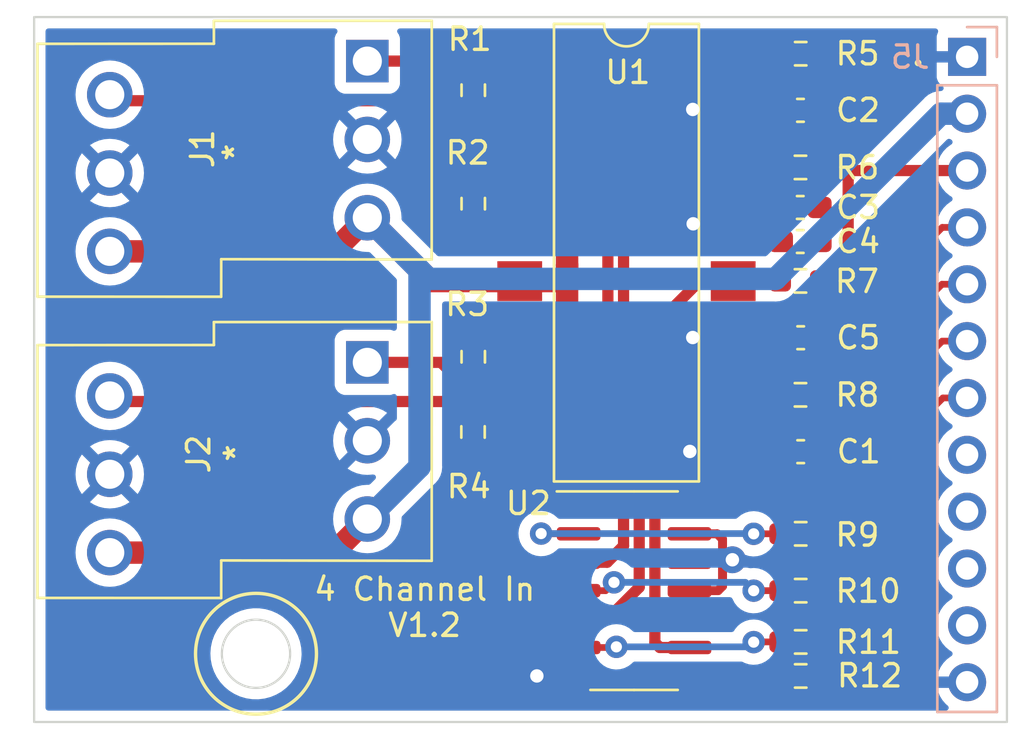
<source format=kicad_pcb>
(kicad_pcb (version 20211014) (generator pcbnew)
  (layers (0 "F.Cu" signal) (31 "B.Cu" signal) (34 "B.Paste" user) (35 "F.Paste" user) (36 "B.SilkS" user "B.Silkscreen") (37 "F.SilkS" user "F.Silkscreen") (38 "B.Mask" user) (39 "F.Mask" user) (44 "Edge.Cuts" user))
  (net 0 "")
  (net 1 "+3V3")
  (net 2 "GND")
  (net 3 "Net-(C2-Pad1)")
  (net 4 "Net-(C3-Pad1)")
  (net 5 "Net-(C4-Pad1)")
  (net 6 "Net-(C5-Pad1)")
  (net 7 "+15V")
  (net 8 "Net-(J5-Pad4)")
  (net 9 "Net-(J5-Pad5)")
  (net 10 "Net-(J5-Pad6)")
  (net 11 "Net-(J5-Pad7)")
  (net 16 "Net-(R1-Pad1)")
  (net 17 "Net-(R2-Pad1)")
  (net 18 "Net-(R3-Pad1)")
  (net 19 "Net-(R4-Pad1)")
  (net 20 "Net-(R9-Pad2)")
  (net 21 "Net-(R10-Pad2)")
  (net 22 "Net-(R11-Pad2)")
  (net 23 "Net-(R12-Pad2)")
  (net 26 "Net-(J1-Pad1)")
  (net 27 "Net-(J1-Pad4)")
  (net 28 "Net-(J2-Pad1)")
  (net 29 "Net-(J2-Pad4)")
  (footprint "Package_SO:SO-14_3.9x8.65mm_P1.27mm" (layer "F.Cu") (at 170.55 87.35)
    (fp_text reference "U2" (at -4.72 -3.9) (layer "F.SilkS"))
    (fp_text value "74HC7014")
    (fp_line (start 0 4.435) (end 1.95 4.435) (layer "F.SilkS") (width 0.12))
    (fp_line (start 0 4.435) (end -1.95 4.435) (layer "F.SilkS") (width 0.12))
    (fp_line (start 0 -4.435) (end 1.95 -4.435) (layer "F.SilkS") (width 0.12))
    (fp_line (start 0 -4.435) (end -3.45 -4.435) (layer "F.SilkS") (width 0.12))
    (pad "1" smd roundrect locked (at -2.475 -3.81) (size 1.95 0.6) (layers "F.Cu" "F.Paste" "F.Mask") (net 3 "Net-(C2-Pad1)"))
    (pad "2" smd roundrect locked (at -2.475 -2.54) (size 1.95 0.6) (layers "F.Cu" "F.Paste" "F.Mask") (net 20 "Net-(R9-Pad2)"))
    (pad "3" smd roundrect locked (at -2.475 -1.27) (size 1.95 0.6) (layers "F.Cu" "F.Paste" "F.Mask") (net 4 "Net-(C3-Pad1)"))
    (pad "4" smd roundrect locked (at -2.475 0) (size 1.95 0.6) (layers "F.Cu" "F.Paste" "F.Mask") (net 21 "Net-(R10-Pad2)"))
    (pad "5" smd roundrect locked (at -2.475 1.27) (size 1.95 0.6) (layers "F.Cu" "F.Paste" "F.Mask") (net 5 "Net-(C4-Pad1)"))
    (pad "6" smd roundrect locked (at -2.475 2.54) (size 1.95 0.6) (layers "F.Cu" "F.Paste" "F.Mask") (net 22 "Net-(R11-Pad2)"))
    (pad "7" smd roundrect locked (at -2.475 3.81) (size 1.95 0.6) (layers "F.Cu" "F.Paste" "F.Mask") (net 2 "GND"))
    (pad "8" smd roundrect locked (at 2.475 3.81) (size 1.95 0.6) (layers "F.Cu" "F.Paste" "F.Mask") (net 23 "Net-(R12-Pad2)"))
    (pad "9" smd roundrect locked (at 2.475 2.54) (size 1.95 0.6) (layers "F.Cu" "F.Paste" "F.Mask") (net 6 "Net-(C5-Pad1)"))
    (pad "10" smd roundrect locked (at 2.475 1.27) (size 1.95 0.6) (layers "F.Cu" "F.Paste" "F.Mask"))
    (pad "11" smd roundrect locked (at 2.475 0) (size 1.95 0.6) (layers "F.Cu" "F.Paste" "F.Mask") (net 2 "GND"))
    (pad "12" smd roundrect locked (at 2.475 -1.27) (size 1.95 0.6) (layers "F.Cu" "F.Paste" "F.Mask"))
    (pad "13" smd roundrect locked (at 2.475 -2.54) (size 1.95 0.6) (layers "F.Cu" "F.Paste" "F.Mask") (net 2 "GND"))
    (pad "14" smd roundrect locked (at 2.475 -3.81) (size 1.95 0.6) (layers "F.Cu" "F.Paste" "F.Mask") (net 1 "+3V3"))
  )
  (footprint "Resistor_SMD:R_0603_1608Metric_Pad0.98x0.95mm_HandSolder" (layer "F.Cu") (at 177.99 91.16 180)
    (fp_text reference "R12" (at -3.08 0.01) (layer "F.SilkS"))
    (fp_text value "1k")
    (fp_line (start -0.254724 -0.5225) (end 0.254724 -0.5225) (layer "F.SilkS") (width 0.12))
    (fp_line (start -0.254724 0.5225) (end 0.254724 0.5225) (layer "F.SilkS") (width 0.12))
    (pad "1" smd roundrect locked (at -0.9125 0 180) (size 0.975 0.95) (layers "F.Cu" "F.Paste" "F.Mask") (net 11 "Net-(J5-Pad7)"))
    (pad "2" smd roundrect locked (at 0.9125 0 180) (size 0.975 0.95) (layers "F.Cu" "F.Paste" "F.Mask") (net 23 "Net-(R12-Pad2)"))
  )
  (footprint "User Library:2x3 screw terminal3.5mm" (layer "F.Cu") (at 147.14 78.65 -90)
    (fp_text reference "J2" (at 2.5965 -3.9685 90) (layer "F.SilkS"))
    (fp_text value "Screw_Terminal_01x06" hide)
    (fp_text user "*" (at 2.55 -5.65 90) (layer "F.SilkS"))
    (fp_line (start 9.025 3.225) (end 9.027 -4.975) (layer "F.SilkS") (width 0.12))
    (fp_line (start 7.366 -14.375) (end -3.302 -14.377) (layer "F.SilkS") (width 0.12))
    (fp_line (start 7.35 -4.977) (end 7.366 -14.375) (layer "F.SilkS") (width 0.12))
    (fp_line (start 9.027 -4.975) (end 7.35 -4.977) (layer "F.SilkS") (width 0.12))
    (fp_line (start -3.302 -14.377) (end -3.3 -4.65) (layer "F.SilkS") (width 0.12))
    (fp_line (start -2.275 -4.65) (end -2.272001 3.225) (layer "F.SilkS") (width 0.12))
    (fp_line (start -2.272001 3.225) (end 9.025 3.225) (layer "F.SilkS") (width 0.12))
    (fp_line (start -3.3 -4.65) (end -2.275 -4.65) (layer "F.SilkS") (width 0.12))
    (pad "1" thru_hole rect (at -1.5 -11.5 270) (size 1.9 1.9) (drill 1.3) (layers *.Cu *.Mask) (net 28 "Net-(J2-Pad1)"))
    (pad "2" thru_hole circle (at 2 -11.5 270) (size 2.032 2.032) (drill 1.3) (layers *.Cu *.Mask) (net 2 "GND"))
    (pad "3" thru_hole circle (at 5.5 -11.5 270) (size 2.032 2.032) (drill 1.3) (layers *.Cu *.Mask) (net 7 "+15V"))
    (pad "4" thru_hole circle (at 0 0 270) (size 2.032 2.032) (drill 1.3) (layers *.Cu *.Mask) (net 29 "Net-(J2-Pad4)"))
    (pad "5" thru_hole circle (at 3.5 0 270) (size 2.032 2.032) (drill 1.3) (layers *.Cu *.Mask) (net 2 "GND"))
    (pad "6" thru_hole circle (at 7 0 270) (size 2.032098 2.032098) (drill 1.3) (layers *.Cu *.Mask) (net 7 "+15V"))
  )
  (footprint "Capacitor_SMD:C_0603_1608Metric_Pad1.08x0.95mm_HandSolder" (layer "F.Cu") (at 177.97 70.23 180)
    (fp_text reference "C3" (at -2.58 0) (layer "F.SilkS"))
    (fp_text value "100nf")
    (fp_line (start -0.146267 -0.51) (end 0.146267 -0.51) (layer "F.SilkS") (width 0.12))
    (fp_line (start -0.146267 0.51) (end 0.146267 0.51) (layer "F.SilkS") (width 0.12))
    (pad "1" smd roundrect locked (at -0.8625 0 180) (size 1.075 0.95) (layers "F.Cu" "F.Paste" "F.Mask") (net 4 "Net-(C3-Pad1)"))
    (pad "2" smd roundrect locked (at 0.8625 0 180) (size 1.075 0.95) (layers "F.Cu" "F.Paste" "F.Mask") (net 2 "GND"))
  )
  (footprint "Resistor_SMD:R_0603_1608Metric_Pad0.98x0.95mm_HandSolder" (layer "F.Cu") (at 177.98 68.44 180)
    (fp_text reference "R6" (at -2.54 -0.01) (layer "F.SilkS"))
    (fp_text value "10k")
    (fp_line (start -0.254724 0.5225) (end 0.254724 0.5225) (layer "F.SilkS") (width 0.12))
    (fp_line (start -0.254724 -0.5225) (end 0.254724 -0.5225) (layer "F.SilkS") (width 0.12))
    (pad "1" smd roundrect locked (at -0.9125 0 180) (size 0.975 0.95) (layers "F.Cu" "F.Paste" "F.Mask") (net 1 "+3V3"))
    (pad "2" smd roundrect locked (at 0.9125 0 180) (size 0.975 0.95) (layers "F.Cu" "F.Paste" "F.Mask") (net 4 "Net-(C3-Pad1)"))
  )
  (footprint "Package_DIP:SMDIP-16_W9.53mm" (layer "F.Cu") (at 170.21 72.25)
    (fp_text reference "U1" (at 0.06 -8.06) (layer "F.SilkS"))
    (fp_text value "LTV-847S")
    (fp_line (start -3.235 -10.22) (end -3.235 10.22) (layer "F.SilkS") (width 0.12))
    (fp_line (start 3.235 10.22) (end 3.235 -10.22) (layer "F.SilkS") (width 0.12))
    (fp_line (start -3.235 10.22) (end 3.235 10.22) (layer "F.SilkS") (width 0.12))
    (fp_line (start 3.235 -10.22) (end 1 -10.22) (layer "F.SilkS") (width 0.12))
    (fp_line (start -1 -10.22) (end -3.235 -10.22) (layer "F.SilkS") (width 0.12))
    (fp_arc (start 1 -10.22) (mid 0 -9.22) (end -1 -10.22) (layer "F.SilkS") (width 0.12))
    (pad "1" smd rect locked (at -4.765 -8.89) (size 2 1.78) (layers "F.Cu" "F.Paste" "F.Mask") (net 7 "+15V"))
    (pad "2" smd rect locked (at -4.765 -6.35) (size 2 1.78) (layers "F.Cu" "F.Paste" "F.Mask") (net 16 "Net-(R1-Pad1)"))
    (pad "3" smd rect locked (at -4.765 -3.81) (size 2 1.78) (layers "F.Cu" "F.Paste" "F.Mask") (net 7 "+15V"))
    (pad "4" smd rect locked (at -4.765 -1.27) (size 2 1.78) (layers "F.Cu" "F.Paste" "F.Mask") (net 17 "Net-(R2-Pad1)"))
    (pad "5" smd rect locked (at -4.765 1.27) (size 2 1.78) (layers "F.Cu" "F.Paste" "F.Mask") (net 7 "+15V"))
    (pad "6" smd rect locked (at -4.765 3.81) (size 2 1.78) (layers "F.Cu" "F.Paste" "F.Mask") (net 18 "Net-(R3-Pad1)"))
    (pad "7" smd rect locked (at -4.765 6.35) (size 2 1.78) (layers "F.Cu" "F.Paste" "F.Mask") (net 7 "+15V"))
    (pad "8" smd rect locked (at -4.765 8.89) (size 2 1.78) (layers "F.Cu" "F.Paste" "F.Mask") (net 19 "Net-(R4-Pad1)"))
    (pad "9" smd rect locked (at 4.765 8.89) (size 2 1.78) (layers "F.Cu" "F.Paste" "F.Mask") (net 2 "GND"))
    (pad "10" smd rect locked (at 4.765 6.35) (size 2 1.78) (layers "F.Cu" "F.Paste" "F.Mask") (net 6 "Net-(C5-Pad1)"))
    (pad "11" smd rect locked (at 4.765 3.81) (size 2 1.78) (layers "F.Cu" "F.Paste" "F.Mask") (net 2 "GND"))
    (pad "12" smd rect locked (at 4.765 1.27) (size 2 1.78) (layers "F.Cu" "F.Paste" "F.Mask") (net 5 "Net-(C4-Pad1)"))
    (pad "13" smd rect locked (at 4.765 -1.27) (size 2 1.78) (layers "F.Cu" "F.Paste" "F.Mask") (net 2 "GND"))
    (pad "14" smd rect locked (at 4.765 -3.81) (size 2 1.78) (layers "F.Cu" "F.Paste" "F.Mask") (net 4 "Net-(C3-Pad1)"))
    (pad "15" smd rect locked (at 4.765 -6.35) (size 2 1.78) (layers "F.Cu" "F.Paste" "F.Mask") (net 2 "GND"))
    (pad "16" smd rect locked (at 4.765 -8.89) (size 2 1.78) (layers "F.Cu" "F.Paste" "F.Mask") (net 3 "Net-(C2-Pad1)"))
  )
  (footprint "Resistor_SMD:R_0603_1608Metric_Pad0.98x0.95mm_HandSolder" (layer "F.Cu") (at 177.98 73.51 180)
    (fp_text reference "R7" (at -2.52 -0.02) (layer "F.SilkS"))
    (fp_text value "10k")
    (fp_line (start -0.254724 -0.5225) (end 0.254724 -0.5225) (layer "F.SilkS") (width 0.12))
    (fp_line (start -0.254724 0.5225) (end 0.254724 0.5225) (layer "F.SilkS") (width 0.12))
    (pad "1" smd roundrect locked (at -0.9125 0 180) (size 0.975 0.95) (layers "F.Cu" "F.Paste" "F.Mask") (net 1 "+3V3"))
    (pad "2" smd roundrect locked (at 0.9125 0 180) (size 0.975 0.95) (layers "F.Cu" "F.Paste" "F.Mask") (net 5 "Net-(C4-Pad1)"))
  )
  (footprint "Capacitor_SMD:C_0603_1608Metric_Pad1.08x0.95mm_HandSolder" (layer "F.Cu") (at 177.97 71.75 180)
    (fp_text reference "C4" (at -2.58 0) (layer "F.SilkS"))
    (fp_text value "100nf")
    (fp_line (start -0.146267 0.51) (end 0.146267 0.51) (layer "F.SilkS") (width 0.12))
    (fp_line (start -0.146267 -0.51) (end 0.146267 -0.51) (layer "F.SilkS") (width 0.12))
    (pad "1" smd roundrect locked (at -0.8625 0 180) (size 1.075 0.95) (layers "F.Cu" "F.Paste" "F.Mask") (net 5 "Net-(C4-Pad1)"))
    (pad "2" smd roundrect locked (at 0.8625 0 180) (size 1.075 0.95) (layers "F.Cu" "F.Paste" "F.Mask") (net 2 "GND"))
  )
  (footprint "Resistor_SMD:R_0603_1608Metric_Pad0.98x0.95mm_HandSolder" (layer "F.Cu") (at 177.98 78.6 180)
    (fp_text reference "R8" (at -2.54 -0.01) (layer "F.SilkS"))
    (fp_text value "10k")
    (fp_line (start -0.254724 0.5225) (end 0.254724 0.5225) (layer "F.SilkS") (width 0.12))
    (fp_line (start -0.254724 -0.5225) (end 0.254724 -0.5225) (layer "F.SilkS") (width 0.12))
    (pad "1" smd roundrect locked (at -0.9125 0 180) (size 0.975 0.95) (layers "F.Cu" "F.Paste" "F.Mask") (net 1 "+3V3"))
    (pad "2" smd roundrect locked (at 0.9125 0 180) (size 0.975 0.95) (layers "F.Cu" "F.Paste" "F.Mask") (net 6 "Net-(C5-Pad1)"))
  )
  (footprint "Resistor_SMD:R_0603_1608Metric_Pad0.98x0.95mm_HandSolder" (layer "F.Cu") (at 163.36 80.26 90)
    (fp_text reference "R4" (at -2.44 -0.19 180) (layer "F.SilkS"))
    (fp_text value "1k")
    (fp_line (start -0.254724 0.5225) (end 0.254724 0.5225) (layer "F.SilkS") (width 0.12))
    (fp_line (start -0.254724 -0.5225) (end 0.254724 -0.5225) (layer "F.SilkS") (width 0.12))
    (pad "1" smd roundrect locked (at -0.9125 0 90) (size 0.975 0.95) (layers "F.Cu" "F.Paste" "F.Mask") (net 19 "Net-(R4-Pad1)"))
    (pad "2" smd roundrect locked (at 0.9125 0 90) (size 0.975 0.95) (layers "F.Cu" "F.Paste" "F.Mask") (net 29 "Net-(J2-Pad4)"))
  )
  (footprint "Resistor_SMD:R_0603_1608Metric_Pad0.98x0.95mm_HandSolder" (layer "F.Cu") (at 163.37 70.06 90)
    (fp_text reference "R2" (at 2.27 -0.25 180) (layer "F.SilkS"))
    (fp_text value "1k")
    (fp_line (start -0.254724 -0.5225) (end 0.254724 -0.5225) (layer "F.SilkS") (width 0.12))
    (fp_line (start -0.254724 0.5225) (end 0.254724 0.5225) (layer "F.SilkS") (width 0.12))
    (pad "1" smd roundrect locked (at -0.9125 0 90) (size 0.975 0.95) (layers "F.Cu" "F.Paste" "F.Mask") (net 17 "Net-(R2-Pad1)"))
    (pad "2" smd roundrect locked (at 0.9125 0 90) (size 0.975 0.95) (layers "F.Cu" "F.Paste" "F.Mask") (net 27 "Net-(J1-Pad4)"))
  )
  (footprint "Capacitor_SMD:C_0603_1608Metric_Pad1.08x0.95mm_HandSolder" (layer "F.Cu") (at 177.98 65.89 180)
    (fp_text reference "C2" (at -2.57 0) (layer "F.SilkS"))
    (fp_text value "100nf")
    (fp_line (start -0.146267 -0.51) (end 0.146267 -0.51) (layer "F.SilkS") (width 0.12))
    (fp_line (start -0.146267 0.51) (end 0.146267 0.51) (layer "F.SilkS") (width 0.12))
    (pad "1" smd roundrect locked (at -0.8625 0 180) (size 1.075 0.95) (layers "F.Cu" "F.Paste" "F.Mask") (net 3 "Net-(C2-Pad1)"))
    (pad "2" smd roundrect locked (at 0.8625 0 180) (size 1.075 0.95) (layers "F.Cu" "F.Paste" "F.Mask") (net 2 "GND"))
  )
  (footprint "Resistor_SMD:R_0603_1608Metric_Pad0.98x0.95mm_HandSolder" (layer "F.Cu") (at 177.99 89.64 180)
    (fp_text reference "R11" (at -3.02 -0.01) (layer "F.SilkS"))
    (fp_text value "1k")
    (fp_line (start -0.254724 0.5225) (end 0.254724 0.5225) (layer "F.SilkS") (width 0.12))
    (fp_line (start -0.254724 -0.5225) (end 0.254724 -0.5225) (layer "F.SilkS") (width 0.12))
    (pad "1" smd roundrect locked (at -0.9125 0 180) (size 0.975 0.95) (layers "F.Cu" "F.Paste" "F.Mask") (net 10 "Net-(J5-Pad6)"))
    (pad "2" smd roundrect locked (at 0.9125 0 180) (size 0.975 0.95) (layers "F.Cu" "F.Paste" "F.Mask") (net 22 "Net-(R11-Pad2)"))
  )
  (footprint "Resistor_SMD:R_0603_1608Metric_Pad0.98x0.95mm_HandSolder" (layer "F.Cu") (at 177.99 63.36 180)
    (fp_text reference "R5" (at -2.54 0) (layer "F.SilkS"))
    (fp_text value "10k")
    (fp_line (start -0.254724 0.5225) (end 0.254724 0.5225) (layer "F.SilkS") (width 0.12))
    (fp_line (start -0.254724 -0.5225) (end 0.254724 -0.5225) (layer "F.SilkS") (width 0.12))
    (pad "1" smd roundrect locked (at -0.9125 0 180) (size 0.975 0.95) (layers "F.Cu" "F.Paste" "F.Mask") (net 1 "+3V3"))
    (pad "2" smd roundrect locked (at 0.9125 0 180) (size 0.975 0.95) (layers "F.Cu" "F.Paste" "F.Mask") (net 3 "Net-(C2-Pad1)"))
  )
  (footprint "Resistor_SMD:R_0603_1608Metric_Pad0.98x0.95mm_HandSolder" (layer "F.Cu") (at 177.99 87.35 180)
    (fp_text reference "R10" (at -3.01 -0.02) (layer "F.SilkS"))
    (fp_text value "1k")
    (fp_line (start -0.254724 0.5225) (end 0.254724 0.5225) (layer "F.SilkS") (width 0.12))
    (fp_line (start -0.254724 -0.5225) (end 0.254724 -0.5225) (layer "F.SilkS") (width 0.12))
    (pad "1" smd roundrect locked (at -0.9125 0 180) (size 0.975 0.95) (layers "F.Cu" "F.Paste" "F.Mask") (net 9 "Net-(J5-Pad5)"))
    (pad "2" smd roundrect locked (at 0.9125 0 180) (size 0.975 0.95) (layers "F.Cu" "F.Paste" "F.Mask") (net 21 "Net-(R10-Pad2)"))
  )
  (footprint "User Library:2x3 screw terminal3.5mm" (layer "F.Cu") (at 147.14 65.19 -90)
    (fp_text reference "J1" (at 2.4185 -4.1385 90) (layer "F.SilkS"))
    (fp_text value "Screw_Terminal_01x06" hide)
    (fp_text user "*" (at 2.575 -5.6 90) (layer "F.SilkS"))
    (fp_line (start 7.366 -14.375) (end -3.302 -14.377) (layer "F.SilkS") (width 0.12))
    (fp_line (start 9.025 3.225) (end 9.027 -4.975) (layer "F.SilkS") (width 0.12))
    (fp_line (start 7.35 -4.977) (end 7.366 -14.375) (layer "F.SilkS") (width 0.12))
    (fp_line (start -2.272001 3.225) (end 9.025 3.225) (layer "F.SilkS") (width 0.12))
    (fp_line (start -2.275 -4.65) (end -2.272001 3.225) (layer "F.SilkS") (width 0.12))
    (fp_line (start -3.302 -14.377) (end -3.3 -4.65) (layer "F.SilkS") (width 0.12))
    (fp_line (start -3.3 -4.65) (end -2.275 -4.65) (layer "F.SilkS") (width 0.12))
    (fp_line (start 9.027 -4.975) (end 7.35 -4.977) (layer "F.SilkS") (width 0.12))
    (pad "1" thru_hole rect (at -1.5 -11.5 270) (size 1.9 1.9) (drill 1.3) (layers *.Cu *.Mask) (net 26 "Net-(J1-Pad1)"))
    (pad "2" thru_hole circle (at 2 -11.5 270) (size 2.032 2.032) (drill 1.3) (layers *.Cu *.Mask) (net 2 "GND"))
    (pad "3" thru_hole circle (at 5.5 -11.5 270) (size 2.032 2.032) (drill 1.3) (layers *.Cu *.Mask) (net 7 "+15V"))
    (pad "4" thru_hole circle (at 0 0 270) (size 2.032 2.032) (drill 1.3) (layers *.Cu *.Mask) (net 27 "Net-(J1-Pad4)"))
    (pad "5" thru_hole circle (at 3.5 0 270) (size 2.032 2.032) (drill 1.3) (layers *.Cu *.Mask) (net 2 "GND"))
    (pad "6" thru_hole circle (at 7 0 270) (size 2.032098 2.032098) (drill 1.3) (layers *.Cu *.Mask) (net 7 "+15V"))
  )
  (footprint "Resistor_SMD:R_0603_1608Metric_Pad0.98x0.95mm_HandSolder" (layer "F.Cu") (at 163.37 64.99 90)
    (fp_text reference "R1" (at 2.28 -0.16 180) (layer "F.SilkS"))
    (fp_text value "1k")
    (fp_line (start -0.254724 0.5225) (end 0.254724 0.5225) (layer "F.SilkS") (width 0.12))
    (fp_line (start -0.254724 -0.5225) (end 0.254724 -0.5225) (layer "F.SilkS") (width 0.12))
    (pad "1" smd roundrect locked (at -0.9125 0 90) (size 0.975 0.95) (layers "F.Cu" "F.Paste" "F.Mask") (net 16 "Net-(R1-Pad1)"))
    (pad "2" smd roundrect locked (at 0.9125 0 90) (size 0.975 0.95) (layers "F.Cu" "F.Paste" "F.Mask") (net 26 "Net-(J1-Pad1)"))
  )
  (footprint "Capacitor_SMD:C_0603_1608Metric_Pad1.08x0.95mm_HandSolder" (layer "F.Cu") (at 177.99 81.14 180)
    (fp_text reference "C1" (at -2.59 0) (layer "F.SilkS"))
    (fp_text value "100nf")
    (fp_line (start -0.146267 0.51) (end 0.146267 0.51) (layer "F.SilkS") (width 0.12))
    (fp_line (start -0.146267 -0.51) (end 0.146267 -0.51) (layer "F.SilkS") (width 0.12))
    (pad "1" smd roundrect locked (at -0.8625 0 180) (size 1.075 0.95) (layers "F.Cu" "F.Paste" "F.Mask") (net 1 "+3V3"))
    (pad "2" smd roundrect locked (at 0.8625 0 180) (size 1.075 0.95) (layers "F.Cu" "F.Paste" "F.Mask") (net 2 "GND"))
  )
  (footprint "Resistor_SMD:R_0603_1608Metric_Pad0.98x0.95mm_HandSolder" (layer "F.Cu") (at 163.37 76.9 -90)
    (fp_text reference "R3" (at -2.34 0.27 180) (layer "F.SilkS"))
    (fp_text value "1k")
    (fp_line (start -0.254724 0.5225) (end 0.254724 0.5225) (layer "F.SilkS") (width 0.12))
    (fp_line (start -0.254724 -0.5225) (end 0.254724 -0.5225) (layer "F.SilkS") (width 0.12))
    (pad "1" smd roundrect locked (at -0.9125 0 270) (size 0.975 0.95) (layers "F.Cu" "F.Paste" "F.Mask") (net 18 "Net-(R3-Pad1)"))
    (pad "2" smd roundrect locked (at 0.9125 0 270) (size 0.975 0.95) (layers "F.Cu" "F.Paste" "F.Mask") (net 28 "Net-(J2-Pad1)"))
  )
  (footprint "Capacitor_SMD:C_0603_1608Metric_Pad1.08x0.95mm_HandSolder" (layer "F.Cu") (at 177.99 76.05 180)
    (fp_text reference "C5" (at -2.57 0) (layer "F.SilkS"))
    (fp_text value "100nf")
    (fp_line (start -0.146267 -0.51) (end 0.146267 -0.51) (layer "F.SilkS") (width 0.12))
    (fp_line (start -0.146267 0.51) (end 0.146267 0.51) (layer "F.SilkS") (width 0.12))
    (pad "1" smd roundrect locked (at -0.8625 0 180) (size 1.075 0.95) (layers "F.Cu" "F.Paste" "F.Mask") (net 6 "Net-(C5-Pad1)"))
    (pad "2" smd roundrect locked (at 0.8625 0 180) (size 1.075 0.95) (layers "F.Cu" "F.Paste" "F.Mask") (net 2 "GND"))
  )
  (footprint "Resistor_SMD:R_0603_1608Metric_Pad0.98x0.95mm_HandSolder" (layer "F.Cu") (at 177.99 84.81 180)
    (fp_text reference "R9" (at -2.53 -0.05) (layer "F.SilkS"))
    (fp_text value "1k")
    (fp_line (start -0.254724 0.5225) (end 0.254724 0.5225) (layer "F.SilkS") (width 0.12))
    (fp_line (start -0.254724 -0.5225) (end 0.254724 -0.5225) (layer "F.SilkS") (width 0.12))
    (pad "1" smd roundrect locked (at -0.9125 0 180) (size 0.975 0.95) (layers "F.Cu" "F.Paste" "F.Mask") (net 8 "Net-(J5-Pad4)"))
    (pad "2" smd roundrect locked (at 0.9125 0 180) (size 0.975 0.95) (layers "F.Cu" "F.Paste" "F.Mask") (net 20 "Net-(R9-Pad2)"))
  )
  (footprint "Connector_PinHeader_2.54mm:PinHeader_1x12_P2.54mm_Vertical" (layer "B.Cu") (at 185.42 63.5 180)
    (fp_text reference "J5" (at 2.54 -0.01) (layer "B.SilkS") (effects (justify mirror)))
    (fp_text value "Conn_01x12_Male" hide)
    (fp_line (start -1.33 -1.27) (end 1.33 -1.27) (layer "B.SilkS") (width 0.12))
    (fp_line (start -1.33 -1.27) (end -1.33 -29.27) (layer "B.SilkS") (width 0.12))
    (fp_line (start -1.33 1.33) (end 0 1.33) (layer "B.SilkS") (width 0.12))
    (fp_line (start -1.33 0) (end -1.33 1.33) (layer "B.SilkS") (width 0.12))
    (fp_line (start 1.33 -1.27) (end 1.33 -29.27) (layer "B.SilkS") (width 0.12))
    (fp_line (start -1.33 -29.27) (end 1.33 -29.27) (layer "B.SilkS") (width 0.12))
    (pad "1" thru_hole rect locked (at 0 0 180) (size 1.7 1.7) (drill 1) (layers *.Cu *.Mask) (net 2 "GND"))
    (pad "2" thru_hole oval locked (at 0 -2.54 180) (size 1.7 1.7) (drill 1) (layers *.Cu *.Mask) (net 7 "+15V"))
    (pad "3" thru_hole oval locked (at 0 -5.08 180) (size 1.7 1.7) (drill 1) (layers *.Cu *.Mask) (net 1 "+3V3"))
    (pad "4" thru_hole oval locked (at 0 -7.62 180) (size 1.7 1.7) (drill 1) (layers *.Cu *.Mask) (net 8 "Net-(J5-Pad4)"))
    (pad "5" thru_hole oval locked (at 0 -10.16 180) (size 1.7 1.7) (drill 1) (layers *.Cu *.Mask) (net 9 "Net-(J5-Pad5)"))
    (pad "6" thru_hole oval locked (at 0 -12.7 180) (size 1.7 1.7) (drill 1) (layers *.Cu *.Mask) (net 10 "Net-(J5-Pad6)"))
    (pad "7" thru_hole oval locked (at 0 -15.24 180) (size 1.7 1.7) (drill 1) (layers *.Cu *.Mask) (net 11 "Net-(J5-Pad7)"))
    (pad "8" thru_hole oval locked (at 0 -17.78 180) (size 1.7 1.7) (drill 1) (layers *.Cu *.Mask))
    (pad "9" thru_hole oval locked (at 0 -20.32 180) (size 1.7 1.7) (drill 1) (layers *.Cu *.Mask))
    (pad "10" thru_hole oval locked (at 0 -22.86 180) (size 1.7 1.7) (drill 1) (layers *.Cu *.Mask))
    (pad "11" thru_hole oval locked (at 0 -25.4 180) (size 1.7 1.7) (drill 1) (layers *.Cu *.Mask))
    (pad "12" thru_hole oval locked (at 0 -27.94 180) (size 1.7 1.7) (drill 1) (layers *.Cu *.Mask) (net 2 "GND"))
  )
  (gr_circle (center 153.67 90.17) (end 155.448 88.138) (layer "F.SilkS") (width 0.15) (fill none))
  (gr_circle (center 183.23 63.77) (end 183.23 63.77) (layer "F.SilkS") (width 0.15) (fill none))
  (gr_rect (start 187.198 61.722) (end 143.764 93.218) (layer "Edge.Cuts") (width 0.1) (fill none))
  (gr_circle (center 153.67 90.17) (end 155.194 90.17) (layer "Edge.Cuts") (width 0.1) (fill none))
  (gr_text "4 Channel In\nV1.2" (at 161.2 88.09) (layer "F.SilkS") (effects (font (size 1 1))))
  (segment (start 178.9025 63.36) (end 180.11 64.5675) (width 0.5) (layer "F.Cu") (net 1))
  (segment (start 180.11 77.3825) (end 180.11 78.6) (width 0.5) (layer "F.Cu") (net 1))
  (segment (start 179.95 68.44) (end 180.11 68.6) (width 0.5) (layer "F.Cu") (net 1))
  (segment (start 178.8925 68.44) (end 179.95 68.44) (width 0.5) (layer "F.Cu") (net 1))
  (segment (start 177.21 83.54) (end 178.8525 81.8975) (width 0.5) (layer "F.Cu") (net 1))
  (segment (start 180.11 73.34) (end 180.11 77.3825) (width 0.5) (layer "F.Cu") (net 1))
  (segment (start 179.94 73.51) (end 180.11 73.34) (width 0.5) (layer "F.Cu") (net 1))
  (segment (start 180.11 64.5675) (end 180.11 68.6) (width 0.5) (layer "F.Cu") (net 1))
  (segment (start 180.13 68.58) (end 180.11 68.6) (width 0.5) (layer "F.Cu") (net 1))
  (segment (start 178.8525 81.8975) (end 178.8525 81.14) (width 0.5) (layer "F.Cu") (net 1))
  (segment (start 178.8925 73.51) (end 179.94 73.51) (width 0.5) (layer "F.Cu") (net 1))
  (segment (start 172.255 83.54) (end 177.21 83.54) (width 0.5) (layer "F.Cu") (net 1))
  (segment (start 179.69 81.14) (end 178.8525 81.14) (width 0.5) (layer "F.Cu") (net 1))
  (segment (start 180.11 77.3825) (end 180.11 80.72) (width 0.5) (layer "F.Cu") (net 1))
  (segment (start 180.11 78.6) (end 178.8925 78.6) (width 0.5) (layer "F.Cu") (net 1))
  (segment (start 180.11 68.6) (end 180.11 73.34) (width 0.5) (layer "F.Cu") (net 1))
  (segment (start 180.11 80.72) (end 179.69 81.14) (width 0.5) (layer "F.Cu") (net 1))
  (segment (start 185.42 68.58) (end 180.13 68.58) (width 0.5) (layer "F.Cu") (net 1))
  (segment (start 174.985 65.89) (end 174.975 65.9) (width 0.5) (layer "F.Cu") (net 2))
  (segment (start 173.08 81.14) (end 173.05 81.14) (width 0.5) (layer "F.Cu") (net 2))
  (segment (start 176.3375 70.98) (end 174.975 70.98) (width 0.5) (layer "F.Cu") (net 2))
  (segment (start 173.05 81.14) (end 173.04 81.13) (width 0.5) (layer "F.Cu") (net 2))
  (segment (start 174.5 87.15) (end 174.5 85.99) (width 0.4) (layer "F.Cu") (net 2))
  (segment (start 174.975 76.06) (end 173.19 76.06) (width 0.5) (layer "F.Cu") (net 2))
  (segment (start 177.1175 65.89) (end 174.985 65.89) (width 0.5) (layer "F.Cu") (net 2))
  (segment (start 176.3575 70.98) (end 174.975 70.98) (width 0.5) (layer "F.Cu") (net 2))
  (segment (start 174.3 87.35) (end 174.5 87.15) (width 0.4) (layer "F.Cu") (net 2))
  (segment (start 174.94 85.97) (end 174.92 85.99) (width 0.4) (layer "F.Cu") (net 2))
  (segment (start 177.1075 71.75) (end 176.3375 70.98) (width 0.5) (layer "F.Cu") (net 2))
  (segment (start 174.5 85.99) (end 174.5 85.05) (width 0.4) (layer "F.Cu") (net 2))
  (segment (start 177.1075 70.23) (end 176.3575 70.98) (width 0.5) (layer "F.Cu") (net 2))
  (segment (start 173.22 65.9) (end 173.17 65.85) (width 0.5) (layer "F.Cu") (net 2))
  (segment (start 174.975 65.9) (end 173.22 65.9) (width 0.5) (layer "F.Cu") (net 2))
  (segment (start 174.5 85.05) (end 174.26 84.81) (width 0.4) (layer "F.Cu") (net 2))
  (segment (start 173.21 70.98) (end 173.19 70.96) (width 0.5) (layer "F.Cu") (net 2))
  (segment (start 174.975 70.98) (end 173.21 70.98) (width 0.5) (layer "F.Cu") (net 2))
  (segment (start 173.025 87.35) (end 174.3 87.35) (width 0.4) (layer "F.Cu") (net 2))
  (segment (start 174.985 76.05) (end 174.975 76.06) (width 0.5) (layer "F.Cu") (net 2))
  (segment (start 177.1275 81.14) (end 174.975 81.14) (width 0.5) (layer "F.Cu") (net 2))
  (segment (start 168.075 91.16) (end 166.21 91.16) (width 0.4) (layer "F.Cu") (net 2))
  (segment (start 174.975 81.14) (end 173.08 81.14) (width 0.5) (layer "F.Cu") (net 2))
  (segment (start 174.26 84.81) (end 173.025 84.81) (width 0.4) (layer "F.Cu") (net 2))
  (segment (start 174.92 85.99) (end 174.5 85.99) (width 0.4) (layer "F.Cu") (net 2))
  (segment (start 173.19 76.06) (end 173.17 76.04) (width 0.5) (layer "F.Cu") (net 2))
  (segment (start 177.1275 76.05) (end 174.985 76.05) (width 0.5) (layer "F.Cu") (net 2))
  (via (at 174.94 85.97) (size 1.2) (drill 0.6) (layers "F.Cu" "B.Cu") (net 2))
  (via (at 173.17 65.85) (size 1.2) (drill 0.6) (layers "F.Cu" "B.Cu") (net 2))
  (via (at 166.21 91.16) (size 1.2) (drill 0.6) (layers "F.Cu" "B.Cu") (net 2))
  (via (at 173.04 81.13) (size 1.2) (drill 0.6) (layers "F.Cu" "B.Cu") (net 2))
  (via (at 173.17 76.04) (size 1.2) (drill 0.6) (layers "F.Cu" "B.Cu") (net 2))
  (via (at 173.19 70.96) (size 1.2) (drill 0.6) (layers "F.Cu" "B.Cu") (net 2))
  (segment (start 177.0775 63.36) (end 174.975 63.36) (width 0.5) (layer "F.Cu") (net 3))
  (segment (start 173.7 63.36) (end 169.38096 67.67904) (width 0.5) (layer "F.Cu") (net 3))
  (segment (start 168.91 83.54) (end 167.305 83.54) (width 0.5) (layer "F.Cu") (net 3))
  (segment (start 178.8425 65.89) (end 178.8425 65.4125) (width 0.5) (layer "F.Cu") (net 3))
  (segment (start 174.975 63.36) (end 173.7 63.36) (width 0.5) (layer "F.Cu") (net 3))
  (segment (start 169.38096 83.06904) (end 168.91 83.54) (width 0.5) (layer "F.Cu") (net 3))
  (segment (start 169.38096 67.67904) (end 169.38096 83.06904) (width 0.5) (layer "F.Cu") (net 3))
  (segment (start 177.0775 63.6475) (end 177.0775 63.36) (width 0.5) (layer "F.Cu") (net 3))
  (segment (start 178.8425 65.4125) (end 177.0775 63.6475) (width 0.5) (layer "F.Cu") (net 3))
  (segment (start 170.08048 71.83452) (end 170.08048 85.34952) (width 0.5) (layer "F.Cu") (net 4))
  (segment (start 178.8325 70.1125) (end 177.16 68.44) (width 0.5) (layer "F.Cu") (net 4))
  (segment (start 178.8325 70.23) (end 178.8325 70.1125) (width 0.5) (layer "F.Cu") (net 4))
  (segment (start 177.0675 68.44) (end 174.975 68.44) (width 0.5) (layer "F.Cu") (net 4))
  (segment (start 169.35 86.08) (end 167.305 86.08) (width 0.5) (layer "F.Cu") (net 4))
  (segment (start 177.16 68.44) (end 177.0675 68.44) (width 0.5) (layer "F.Cu") (net 4))
  (segment (start 173.475 68.44) (end 170.08048 71.83452) (width 0.5) (layer "F.Cu") (net 4))
  (segment (start 174.975 68.44) (end 173.475 68.44) (width 0.5) (layer "F.Cu") (net 4))
  (segment (start 170.08048 85.34952) (end 169.35 86.08) (width 0.5) (layer "F.Cu") (net 4))
  (segment (start 178.8325 71.7575) (end 177.08 73.51) (width 0.5) (layer "F.Cu") (net 5))
  (segment (start 170.78 87.2) (end 169.36 88.62) (width 0.5) (layer "F.Cu") (net 5))
  (segment (start 170.78 76.215) (end 170.78 87.2) (width 0.5) (layer "F.Cu") (net 5))
  (segment (start 177.08 73.51) (end 177.0675 73.51) (width 0.5) (layer "F.Cu") (net 5))
  (segment (start 169.36 88.62) (end 167.305 88.62) (width 0.5) (layer "F.Cu") (net 5))
  (segment (start 178.8325 71.75) (end 178.8325 71.7575) (width 0.5) (layer "F.Cu") (net 5))
  (segment (start 177.0675 73.51) (end 174.985 73.51) (width 0.5) (layer "F.Cu") (net 5))
  (segment (start 174.985 73.51) (end 174.975 73.52) (width 0.5) (layer "F.Cu") (net 5))
  (segment (start 174.975 73.52) (end 173.475 73.52) (width 0.5) (layer "F.Cu") (net 5))
  (segment (start 173.475 73.52) (end 170.78 76.215) (width 0.5) (layer "F.Cu") (net 5))
  (segment (start 171.70096 89.89) (end 172.255 89.89) (width 0.5) (layer "F.Cu") (net 6))
  (segment (start 171.479511 80.595489) (end 171.479511 89.668551) (width 0.5) (layer "F.Cu") (net 6))
  (segment (start 178.8525 76.4975) (end 177.0675 78.2825) (width 0.5) (layer "F.Cu") (net 6))
  (segment (start 174.975 78.6) (end 173.475 78.6) (width 0.5) (layer "F.Cu") (net 6))
  (segment (start 177.0675 78.6) (end 174.975 78.6) (width 0.5) (layer "F.Cu") (net 6))
  (segment (start 177.0675 78.2825) (end 177.0675 78.6) (width 0.5) (layer "F.Cu") (net 6))
  (segment (start 171.479511 89.668551) (end 171.70096 89.89) (width 0.5) (layer "F.Cu") (net 6))
  (segment (start 173.475 78.6) (end 171.479511 80.595489) (width 0.5) (layer "F.Cu") (net 6))
  (segment (start 178.8525 76.05) (end 178.8525 76.4975) (width 0.5) (layer "F.Cu") (net 6))
  (segment (start 167.56 72.81) (end 167.56 73.37) (width 1) (layer "F.Cu") (net 7))
  (segment (start 167.46 68.44) (end 167.56 68.54) (width 1) (layer "F.Cu") (net 7))
  (segment (start 167.41 73.52) (end 165.445 73.52) (width 1) (layer "F.Cu") (net 7))
  (segment (start 147.14 85.65) (end 157.14 85.65) (width 1) (layer "F.Cu") (net 7))
  (segment (start 147.14 72.19) (end 157.14 72.19) (width 1) (layer "F.Cu") (net 7))
  (segment (start 166.88 78.6) (end 165.445 78.6) (width 1) (layer "F.Cu") (net 7))
  (segment (start 167.56 68.54) (end 167.56 72.81) (width 1) (layer "F.Cu") (net 7))
  (segment (start 167.56 64.08) (end 167.56 68.54) (width 1) (layer "F.Cu") (net 7))
  (segment (start 166.84 63.36) (end 167.56 64.08) (width 1) (layer "F.Cu") (net 7))
  (segment (start 167.56 77.92) (end 166.88 78.6) (width 1) (layer "F.Cu") (net 7))
  (segment (start 165.445 73.52) (end 161.47 73.52) (width 1) (layer "F.Cu") (net 7))
  (segment (start 157.14 85.65) (end 158.64 84.15) (width 1) (layer "F.Cu") (net 7))
  (segment (start 165.445 68.44) (end 167.46 68.44) (width 1) (layer "F.Cu") (net 7))
  (segment (start 167.56 73.37) (end 167.41 73.52) (width 1) (layer "F.Cu") (net 7))
  (segment (start 167.56 72.81) (end 167.56 77.92) (width 1) (layer "F.Cu") (net 7))
  (segment (start 157.14 72.19) (end 158.64 70.69) (width 1) (layer "F.Cu") (net 7))
  (segment (start 165.445 63.36) (end 166.84 63.36) (width 1) (layer "F.Cu") (net 7))
  (segment (start 161.47 73.52) (end 158.64 70.69) (width 1) (layer "F.Cu") (net 7))
  (segment (start 185.42 66.04) (end 184.25 66.04) (width 1) (layer "B.Cu") (net 7))
  (segment (start 160.349511 72.399511) (end 158.64 70.69) (width 1) (layer "B.Cu") (net 7))
  (segment (start 161.37 73.42) (end 160.349511 72.399511) (width 1) (layer "B.Cu") (net 7))
  (segment (start 160.97 81.82) (end 160.97 73.02) (width 1) (layer "B.Cu") (net 7))
  (segment (start 158.64 84.15) (end 160.97 81.82) (width 1) (layer "B.Cu") (net 7))
  (segment (start 176.87 73.42) (end 161.37 73.42) (width 1) (layer "B.Cu") (net 7))
  (segment (start 160.97 73.02) (end 160.349511 72.399511) (width 1) (layer "B.Cu") (net 7))
  (segment (start 184.25 66.04) (end 176.87 73.42) (width 1) (layer "B.Cu") (net 7))
  (segment (start 181.7 82.7) (end 179.59 84.81) (width 0.3) (layer "F.Cu") (net 8))
  (segment (start 181.7 73.73) (end 181.7 82.7) (width 0.3) (layer "F.Cu") (net 8))
  (segment (start 179.59 84.81) (end 178.9025 84.81) (width 0.3) (layer "F.Cu") (net 8))
  (segment (start 184.31 71.12) (end 181.7 73.73) (width 0.3) (layer "F.Cu") (net 8))
  (segment (start 185.42 71.12) (end 184.31 71.12) (width 0.3) (layer "F.Cu") (net 8))
  (segment (start 182.19952 84.78048) (end 179.63 87.35) (width 0.3) (layer "F.Cu") (net 9))
  (segment (start 179.63 87.35) (end 178.9025 87.35) (width 0.3) (layer "F.Cu") (net 9))
  (segment (start 185.42 73.66) (end 184.3 73.66) (width 0.3) (layer "F.Cu") (net 9))
  (segment (start 184.3 73.66) (end 182.19952 75.76048) (width 0.3) (layer "F.Cu") (net 9))
  (segment (start 182.19952 75.76048) (end 182.19952 84.78048) (width 0.3) (layer "F.Cu") (net 9))
  (segment (start 182.699039 77.810961) (end 182.699039 86.570961) (width 0.3) (layer "F.Cu") (net 10))
  (segment (start 185.42 76.2) (end 184.31 76.2) (width 0.3) (layer "F.Cu") (net 10))
  (segment (start 179.63 89.64) (end 178.9025 89.64) (width 0.3) (layer "F.Cu") (net 10))
  (segment (start 184.31 76.2) (end 182.699039 77.810961) (width 0.3) (layer "F.Cu") (net 10))
  (segment (start 182.699039 86.570961) (end 179.63 89.64) (width 0.3) (layer "F.Cu") (net 10))
  (segment (start 183.198558 79.881442) (end 183.198558 87.591442) (width 0.3) (layer "F.Cu") (net 11))
  (segment (start 184.34 78.74) (end 183.198558 79.881442) (width 0.3) (layer "F.Cu") (net 11))
  (segment (start 183.198558 87.591442) (end 179.63 91.16) (width 0.3) (layer "F.Cu") (net 11))
  (segment (start 179.63 91.16) (end 178.9025 91.16) (width 0.3) (layer "F.Cu") (net 11))
  (segment (start 185.42 78.74) (end 184.34 78.74) (width 0.3) (layer "F.Cu") (net 11))
  (segment (start 165.4425 65.9025) (end 165.445 65.9) (width 0.5) (layer "F.Cu") (net 16))
  (segment (start 163.37 65.9025) (end 165.4425 65.9025) (width 0.5) (layer "F.Cu") (net 16))
  (segment (start 163.37 70.9725) (end 165.4375 70.9725) (width 0.5) (layer "F.Cu") (net 17))
  (segment (start 165.4375 70.9725) (end 165.445 70.98) (width 0.5) (layer "F.Cu") (net 17))
  (segment (start 163.37 75.9875) (end 165.3725 75.9875) (width 0.5) (layer "F.Cu") (net 18))
  (segment (start 165.3725 75.9875) (end 165.445 76.06) (width 0.5) (layer "F.Cu") (net 18))
  (segment (start 165.4125 81.1725) (end 165.445 81.14) (width 0.5) (layer "F.Cu") (net 19))
  (segment (start 163.36 81.1725) (end 165.4125 81.1725) (width 0.5) (layer "F.Cu") (net 19))
  (segment (start 166.41 84.81) (end 166.4 84.8) (width 0.3) (layer "F.Cu") (net 20))
  (segment (start 168.075 84.81) (end 166.41 84.81) (width 0.3) (layer "F.Cu") (net 20))
  (segment (start 177.0775 84.81) (end 175.89 84.81) (width 0.3) (layer "F.Cu") (net 20))
  (via (at 166.4 84.8) (size 1) (drill 0.5) (layers "F.Cu" "B.Cu") (net 20))
  (via (at 175.89 84.81) (size 1) (drill 0.5) (layers "F.Cu" "B.Cu") (net 20))
  (segment (start 175.88 84.8) (end 175.89 84.81) (width 0.3) (layer "B.Cu") (net 20))
  (segment (start 166.4 84.8) (end 175.88 84.8) (width 0.3) (layer "B.Cu") (net 20))
  (segment (start 169.283049 87.35) (end 169.65329 86.979759) (width 0.3) (layer "F.Cu") (net 21))
  (segment (start 177.0775 87.35) (end 175.89 87.35) (width 0.3) (layer "F.Cu") (net 21))
  (segment (start 168.075 87.35) (end 169.283049 87.35) (width 0.3) (layer "F.Cu") (net 21))
  (via (at 169.65329 86.979759) (size 1) (drill 0.5) (layers "F.Cu" "B.Cu") (net 21))
  (via (at 175.89 87.35) (size 1) (drill 0.5) (layers "F.Cu" "B.Cu") (net 21))
  (segment (start 175.519759 86.979759) (end 175.89 87.35) (width 0.3) (layer "B.Cu") (net 21))
  (segment (start 169.65329 86.979759) (end 175.519759 86.979759) (width 0.3) (layer "B.Cu") (net 21))
  (segment (start 175.9 89.64) (end 175.89 89.65) (width 0.3) (layer "F.Cu") (net 22))
  (segment (start 177.0775 89.64) (end 175.9 89.64) (width 0.3) (layer "F.Cu") (net 22))
  (segment (start 168.075 89.89) (end 169.73 89.89) (width 0.3) (layer "F.Cu") (net 22))
  (segment (start 169.73 89.89) (end 169.76 89.86) (width 0.3) (layer "F.Cu") (net 22))
  (via (at 169.76 89.86) (size 1) (drill 0.5) (layers "F.Cu" "B.Cu") (net 22))
  (via (at 175.89 89.65) (size 1) (drill 0.5) (layers "F.Cu" "B.Cu") (net 22))
  (segment (start 175.68 89.86) (end 175.89 89.65) (width 0.3) (layer "B.Cu") (net 22))
  (segment (start 169.76 89.86) (end 175.68 89.86) (width 0.3) (layer "B.Cu") (net 22))
  (segment (start 177.0775 91.16) (end 173.025 91.16) (width 0.3) (layer "F.Cu") (net 23))
  (segment (start 162.5775 64.0775) (end 162.19 63.69) (width 0.5) (layer "F.Cu") (net 26))
  (segment (start 163.37 64.0775) (end 162.5775 64.0775) (width 0.5) (layer "F.Cu") (net 26))
  (segment (start 162.19 63.69) (end 158.64 63.69) (width 0.5) (layer "F.Cu") (net 26))
  (segment (start 160.45 65.46) (end 163.37 68.38) (width 0.5) (layer "F.Cu") (net 27))
  (segment (start 163.37 68.38) (end 163.37 69.1475) (width 0.5) (layer "F.Cu") (net 27))
  (segment (start 147.41 65.46) (end 160.45 65.46) (width 0.5) (layer "F.Cu") (net 27))
  (segment (start 147.14 65.19) (end 147.41 65.46) (width 0.5) (layer "F.Cu") (net 27))
  (segment (start 162.5925 77.8125) (end 163.37 77.8125) (width 0.5) (layer "F.Cu") (net 28))
  (segment (start 158.64 77.15) (end 161.93 77.15) (width 0.5) (layer "F.Cu") (net 28))
  (segment (start 161.93 77.15) (end 162.5925 77.8125) (width 0.5) (layer "F.Cu") (net 28))
  (segment (start 162.12 78.9) (end 147.39 78.9) (width 0.5) (layer "F.Cu") (net 29))
  (segment (start 162.5675 79.3475) (end 162.12 78.9) (width 0.5) (layer "F.Cu") (net 29))
  (segment (start 163.36 79.3475) (end 162.5675 79.3475) (width 0.5) (layer "F.Cu") (net 29))
  (segment (start 147.39 78.9) (end 147.14 78.65) (width 0.5) (layer "F.Cu") (net 29))
  (zone (net 2) (net_name "GND") (layer "B.Cu") (connect_pads (clearance 0.508)) (min_thickness 0.254) (fill yes (thermal_gap 0.508) (thermal_bridge_width 0.508))
    (polygon (pts (xy 187.96 93.98) (xy 142.24 93.98) (xy 142.24 60.96) (xy 187.96 60.96)))
  )
)
</source>
